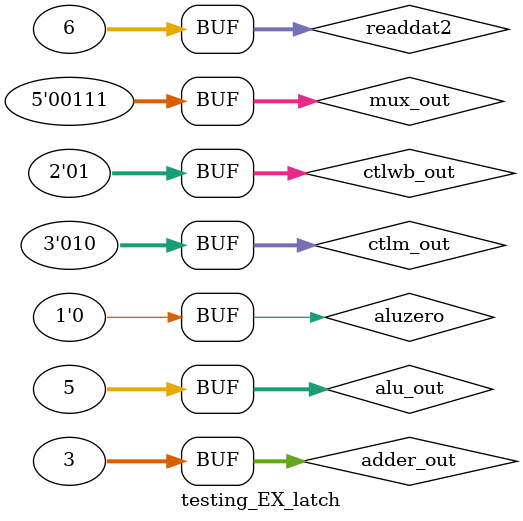
<source format=v>
`timescale 1ns / 1ps


module testing_EX_latch;

	// Inputs
	reg [1:0] ctlwb_out;
	reg [2:0] ctlm_out;
	reg [31:0] adder_out;
	reg aluzero;
	reg [31:0] alu_out;
	reg [31:0] readdat2;
	reg [4:0] mux_out;

	// Outputs
	wire [1:0] wb_ctlout;
	wire [2:0] m_ctlout;
	wire [31:0] add_result;
	wire zero;
	wire [31:0] alu_result;
	wire [31:0] rdata2out;
	wire [4:0] five_bit_muxout;

	// Instantiate the Unit Under Test (UUT)
	The_EX_stage uut (
		.ctlwb_out(ctlwb_out), 
		.ctlm_out(ctlm_out), 
		.adder_out(adder_out), 
		.aluzero(aluzero), 
		.alu_out(alu_out), 
		.readdat2(readdat2), 
		.mux_out(mux_out), 
		.wb_ctlout(wb_ctlout), 
		.m_ctlout(m_ctlout), 
		.add_result(add_result), 
		.zero(zero), 
		.alu_result(alu_result), 
		.rdata2out(rdata2out), 
		.five_bit_muxout(five_bit_muxout)
	);

	initial begin
		// Initialize Inputs
		ctlwb_out = 0;
		ctlm_out = 0;
		adder_out = 0;
		aluzero = 0;
		alu_out = 0;
		readdat2 = 0;
		mux_out = 0;

		
		
		#10
		ctlwb_out = 1;
		ctlm_out = 2;
		adder_out = 3;
		aluzero = 0;
		alu_out = 5;
		readdat2 = 6;
		mux_out = 7;
        
		

	end
      
endmodule


</source>
